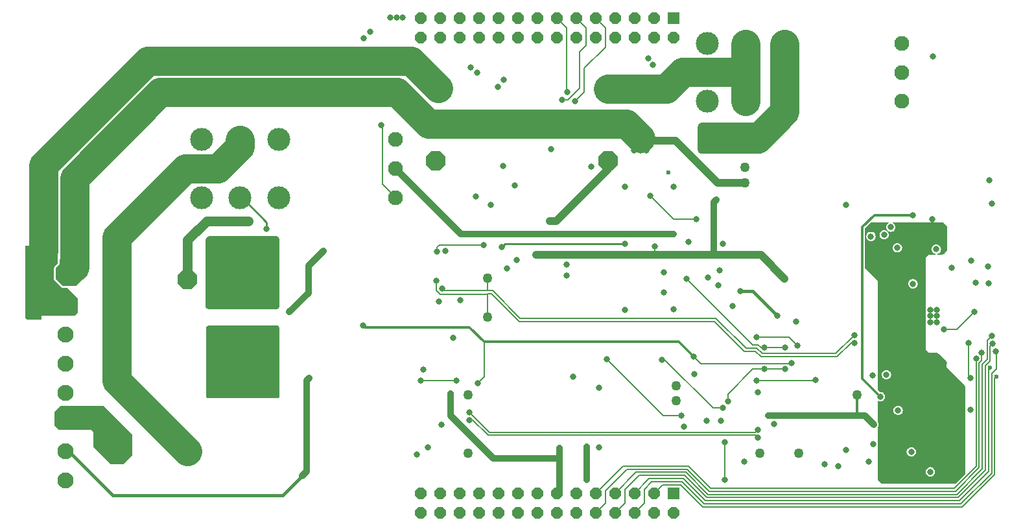
<source format=gbr>
%TF.GenerationSoftware,KiCad,Pcbnew,7.0.10-7.0.10~ubuntu22.04.1*%
%TF.CreationDate,2024-01-07T19:37:00+01:00*%
%TF.ProjectId,EEZ DIB AFE3,45455a20-4449-4422-9041-4645332e6b69,rev?*%
%TF.SameCoordinates,Original*%
%TF.FileFunction,Copper,L4,Bot*%
%TF.FilePolarity,Positive*%
%FSLAX46Y46*%
G04 Gerber Fmt 4.6, Leading zero omitted, Abs format (unit mm)*
G04 Created by KiCad (PCBNEW 7.0.10-7.0.10~ubuntu22.04.1) date 2024-01-07 19:37:00*
%MOMM*%
%LPD*%
G01*
G04 APERTURE LIST*
G04 Aperture macros list*
%AMOutline5P*
0 Free polygon, 5 corners , with rotation*
0 The origin of the aperture is its center*
0 number of corners: always 5*
0 $1 to $10 corner X, Y*
0 $11 Rotation angle, in degrees counterclockwise*
0 create outline with 5 corners*
4,1,5,$1,$2,$3,$4,$5,$6,$7,$8,$9,$10,$1,$2,$11*%
%AMOutline6P*
0 Free polygon, 6 corners , with rotation*
0 The origin of the aperture is its center*
0 number of corners: always 6*
0 $1 to $12 corner X, Y*
0 $13 Rotation angle, in degrees counterclockwise*
0 create outline with 6 corners*
4,1,6,$1,$2,$3,$4,$5,$6,$7,$8,$9,$10,$11,$12,$1,$2,$13*%
%AMOutline7P*
0 Free polygon, 7 corners , with rotation*
0 The origin of the aperture is its center*
0 number of corners: always 7*
0 $1 to $14 corner X, Y*
0 $15 Rotation angle, in degrees counterclockwise*
0 create outline with 7 corners*
4,1,7,$1,$2,$3,$4,$5,$6,$7,$8,$9,$10,$11,$12,$13,$14,$1,$2,$15*%
%AMOutline8P*
0 Free polygon, 8 corners , with rotation*
0 The origin of the aperture is its center*
0 number of corners: always 8*
0 $1 to $16 corner X, Y*
0 $17 Rotation angle, in degrees counterclockwise*
0 create outline with 8 corners*
4,1,8,$1,$2,$3,$4,$5,$6,$7,$8,$9,$10,$11,$12,$13,$14,$15,$16,$1,$2,$17*%
G04 Aperture macros list end*
%TA.AperFunction,ComponentPad*%
%ADD10C,1.270000*%
%TD*%
%TA.AperFunction,ComponentPad*%
%ADD11C,3.000000*%
%TD*%
%TA.AperFunction,ComponentPad*%
%ADD12C,1.950000*%
%TD*%
%TA.AperFunction,ComponentPad*%
%ADD13Outline8P,-1.270000X0.526051X-0.526051X1.270000X0.526051X1.270000X1.270000X0.526051X1.270000X-0.526051X0.526051X-1.270000X-0.526051X-1.270000X-1.270000X-0.526051X270.000000*%
%TD*%
%TA.AperFunction,ComponentPad*%
%ADD14C,2.100000*%
%TD*%
%TA.AperFunction,ComponentPad*%
%ADD15Outline8P,-1.270000X0.526051X-0.526051X1.270000X0.526051X1.270000X1.270000X0.526051X1.270000X-0.526051X0.526051X-1.270000X-0.526051X-1.270000X-1.270000X-0.526051X0.000000*%
%TD*%
%TA.AperFunction,ComponentPad*%
%ADD16Outline8P,-1.270000X0.526051X-0.526051X1.270000X0.526051X1.270000X1.270000X0.526051X1.270000X-0.526051X0.526051X-1.270000X-0.526051X-1.270000X-1.270000X-0.526051X180.000000*%
%TD*%
%TA.AperFunction,ComponentPad*%
%ADD17R,1.500000X1.500000*%
%TD*%
%TA.AperFunction,ComponentPad*%
%ADD18Outline8P,-0.750000X0.310660X-0.310660X0.750000X0.310660X0.750000X0.750000X0.310660X0.750000X-0.310660X0.310660X-0.750000X-0.310660X-0.750000X-0.750000X-0.310660X180.000000*%
%TD*%
%TA.AperFunction,ViaPad*%
%ADD19C,0.806400*%
%TD*%
%TA.AperFunction,ViaPad*%
%ADD20C,0.600000*%
%TD*%
%TA.AperFunction,Conductor*%
%ADD21C,0.812800*%
%TD*%
%TA.AperFunction,Conductor*%
%ADD22C,0.304800*%
%TD*%
%TA.AperFunction,Conductor*%
%ADD23C,0.203200*%
%TD*%
%TA.AperFunction,Conductor*%
%ADD24C,1.016000*%
%TD*%
%TA.AperFunction,Conductor*%
%ADD25C,0.254000*%
%TD*%
%TA.AperFunction,Conductor*%
%ADD26C,1.270000*%
%TD*%
%TA.AperFunction,Conductor*%
%ADD27C,3.810000*%
%TD*%
%TA.AperFunction,Conductor*%
%ADD28C,0.406400*%
%TD*%
%TA.AperFunction,Conductor*%
%ADD29C,0.200000*%
%TD*%
%TA.AperFunction,Conductor*%
%ADD30C,0.508000*%
%TD*%
G04 APERTURE END LIST*
D10*
%TO.P,JP6,1,Pin_1*%
%TO.N,GND*%
X178362100Y-92206700D03*
%TO.P,JP6,2,Pin_2*%
%TO.N,AIN4N*%
X178362100Y-94206700D03*
%TD*%
%TO.P,TP2,1,P$1*%
%TO.N,-2V5_ISO*%
X180340000Y-129540000D03*
%TD*%
%TO.P,TP1,1,P$1*%
%TO.N,+2V5_ISO*%
X193040000Y-121920000D03*
%TD*%
D11*
%TO.P,ISEL10A_1,11,11*%
%TO.N,Net-(ISEL10A_1-Pad11)*%
X112422300Y-96135800D03*
%TO.P,ISEL10A_1,12,12*%
%TO.N,Net-(ISEL10A_1-Pad12)*%
X117462300Y-96135800D03*
%TO.P,ISEL10A_1,14,14*%
%TO.N,Net-(ISEL10A_1-Pad14)*%
X107382300Y-96135800D03*
%TO.P,ISEL10A_1,21,21*%
%TO.N,Net-(F1-Pad1)*%
X112422300Y-88575800D03*
%TO.P,ISEL10A_1,22,22*%
%TO.N,Net-(ISEL10A_1-Pad22)*%
X117462300Y-88575800D03*
%TO.P,ISEL10A_1,24,24*%
%TO.N,unconnected-(ISEL10A_1-Pad24)*%
X107382300Y-88575800D03*
D12*
%TO.P,ISEL10A_1,A1,R*%
%TO.N,/Isolated Ch#1\u002C Ch#2/ISEL_R2_OUT*%
X132752300Y-88575800D03*
%TO.P,ISEL10A_1,A2,S*%
%TO.N,/Isolated Ch#1\u002C Ch#2/ISEL_S2_OUT*%
X132752300Y-96135800D03*
%TO.P,ISEL10A_1,A3,A3*%
%TO.N,+5V_ISO*%
X132752300Y-92355800D03*
%TD*%
D11*
%TO.P,ISEL10A_2,11,11*%
%TO.N,Net-(F4-Pad1)*%
X178475000Y-83600900D03*
%TO.P,ISEL10A_2,12,12*%
%TO.N,Net-(ISEL10A_2-Pad12)*%
X183515000Y-83600900D03*
%TO.P,ISEL10A_2,14,14*%
%TO.N,unconnected-(ISEL10A_2-Pad14)*%
X173435000Y-83600900D03*
%TO.P,ISEL10A_2,21,21*%
%TO.N,Net-(F4-Pad1)*%
X178475000Y-76040900D03*
%TO.P,ISEL10A_2,22,22*%
%TO.N,Net-(ISEL10A_2-Pad12)*%
X183515000Y-76040900D03*
%TO.P,ISEL10A_2,24,24*%
%TO.N,unconnected-(ISEL10A_2-Pad24)*%
X173435000Y-76040900D03*
D12*
%TO.P,ISEL10A_2,A1,R*%
%TO.N,ISEL10A_R4_OUT*%
X198805000Y-76040900D03*
%TO.P,ISEL10A_2,A2,S*%
%TO.N,ISEL10A_S4_OUT*%
X198805000Y-83600900D03*
%TO.P,ISEL10A_2,A3,A3*%
%TO.N,+5V_ISO*%
X198805000Y-79820900D03*
%TD*%
D10*
%TO.P,JP5,1,Pin_1*%
%TO.N,GND*%
X169357800Y-122705500D03*
%TO.P,JP5,2,Pin_2*%
%TO.N,IN3N*%
X169357800Y-120705500D03*
%TD*%
D13*
%TO.P,F3,1,1*%
%TO.N,Net-(ISEL1A_1B-COM)*%
X160465600Y-91313000D03*
%TO.P,F3,2,2*%
%TO.N,AIN4P*%
X137965600Y-91313000D03*
%TD*%
D14*
%TO.P,X3,1,Pin_1*%
%TO.N,AIN1P*%
X89600000Y-133085000D03*
%TO.P,X3,2,Pin_2*%
%TO.N,AIN1N*%
X89600000Y-129275000D03*
%TO.P,X3,3,Pin_3*%
%TO.N,AIN2P*%
X89600000Y-125465000D03*
%TO.P,X3,4,Pin_4*%
%TO.N,AIN2N*%
X89600000Y-121655000D03*
%TO.P,X3,5,Pin_5*%
%TO.N,AIN3P*%
X89600000Y-117845000D03*
%TO.P,X3,6,Pin_6*%
%TO.N,IN3N*%
X89600000Y-114035000D03*
%TO.P,X3,7,Pin_7*%
%TO.N,AIN4P*%
X89600000Y-110225000D03*
%TO.P,X3,8,Pin_8*%
%TO.N,AIN4N*%
X89600000Y-106415000D03*
%TD*%
D10*
%TO.P,GND1,1,P$1*%
%TO.N,GND*%
X185420000Y-129540000D03*
%TD*%
D15*
%TO.P,F1,1,1*%
%TO.N,Net-(F1-Pad1)*%
X96139000Y-106807000D03*
%TO.P,F1,2,2*%
%TO.N,AIN2P*%
X96139000Y-129307000D03*
%TD*%
D13*
%TO.P,F4,1,1*%
%TO.N,Net-(F4-Pad1)*%
X160452900Y-81916400D03*
%TO.P,F4,2,2*%
%TO.N,AIN4P*%
X137952900Y-81916400D03*
%TD*%
D16*
%TO.P,F2,1,1*%
%TO.N,Net-(F1-Pad1)*%
X105578400Y-129323300D03*
%TO.P,F2,2,2*%
%TO.N,Net-(F2-Pad2)*%
X105578400Y-106823300D03*
%TD*%
D10*
%TO.P,IN1N1,1,P$1*%
%TO.N,IN1N*%
X142240000Y-129540000D03*
%TD*%
D17*
%TO.P,X2,1,Pin_1*%
%TO.N,GND*%
X169020000Y-72713600D03*
D18*
%TO.P,X2,2,Pin_2*%
%TO.N,unconnected-(X2-Pin_2-Pad2)*%
X169020000Y-75253600D03*
%TO.P,X2,3,Pin_3*%
%TO.N,/Isolated Ch#1\u002C Ch#2/DIAG#1*%
X166480000Y-72713600D03*
%TO.P,X2,4,Pin_4*%
%TO.N,/Isolated Ch#1\u002C Ch#2/DIAG#2*%
X166480000Y-75253600D03*
%TO.P,X2,5,Pin_5*%
%TO.N,/Isolated Ch#1\u002C Ch#2/USEL#1*%
X163940000Y-72713600D03*
%TO.P,X2,6,Pin_6*%
%TO.N,/Isolated Ch#1\u002C Ch#2/ISEL_S#2*%
X163940000Y-75253600D03*
%TO.P,X2,7,Pin_7*%
%TO.N,unconnected-(X2-Pin_7-Pad7)*%
X161400000Y-72713600D03*
%TO.P,X2,8,Pin_8*%
%TO.N,/Isolated Ch#1\u002C Ch#2/ISEL_R#2*%
X161400000Y-75253600D03*
%TO.P,X2,9,Pin_9*%
%TO.N,USEL100#3*%
X158860000Y-72713600D03*
%TO.P,X2,10,Pin_10*%
%TO.N,unconnected-(X2-Pin_10-Pad10)*%
X158860000Y-75253600D03*
%TO.P,X2,11,Pin_11*%
%TO.N,USEL1#3*%
X156320000Y-72713600D03*
%TO.P,X2,12,Pin_12*%
%TO.N,unconnected-(X2-Pin_12-Pad12)*%
X156320000Y-75253600D03*
%TO.P,X2,13,Pin_13*%
%TO.N,USEL20#3*%
X153780000Y-72713600D03*
%TO.P,X2,14,Pin_14*%
%TO.N,unconnected-(X2-Pin_14-Pad14)*%
X153780000Y-75253600D03*
%TO.P,X2,15,Pin_15*%
%TO.N,unconnected-(X2-Pin_15-Pad15)*%
X151240000Y-72713600D03*
%TO.P,X2,16,Pin_16*%
%TO.N,/Isolated Ch#1\u002C Ch#2/ISEL_S#4*%
X151240000Y-75253600D03*
%TO.P,X2,17,Pin_17*%
%TO.N,unconnected-(X2-Pin_17-Pad17)*%
X148700000Y-72713600D03*
%TO.P,X2,18,Pin_18*%
%TO.N,/Isolated Ch#1\u002C Ch#2/ISEL_R#4*%
X148700000Y-75253600D03*
%TO.P,X2,19,Pin_19*%
%TO.N,unconnected-(X2-Pin_19-Pad19)*%
X146160000Y-72713600D03*
%TO.P,X2,20,Pin_20*%
%TO.N,/Isolated Ch#1\u002C Ch#2/ISEL10_S#4*%
X146160000Y-75253600D03*
%TO.P,X2,21,Pin_21*%
%TO.N,unconnected-(X2-Pin_21-Pad21)*%
X143620000Y-72713600D03*
%TO.P,X2,22,Pin_22*%
%TO.N,/Isolated Ch#1\u002C Ch#2/ISEL10_R#4*%
X143620000Y-75253600D03*
%TO.P,X2,23,Pin_23*%
%TO.N,ISEL_LOW#4*%
X141080000Y-72713600D03*
%TO.P,X2,24,Pin_24*%
%TO.N,ISEL_MID#4*%
X141080000Y-75253600D03*
%TO.P,X2,25,Pin_25*%
%TO.N,unconnected-(X2-Pin_25-Pad25)*%
X138540000Y-72713600D03*
%TO.P,X2,26,Pin_26*%
%TO.N,unconnected-(X2-Pin_26-Pad26)*%
X138540000Y-75253600D03*
%TO.P,X2,27,Pin_27*%
%TO.N,GND*%
X136000000Y-72713600D03*
%TO.P,X2,28,Pin_28*%
X136000000Y-75253600D03*
%TD*%
D10*
%TO.P,IN1P1,1,P$1*%
%TO.N,IN1P*%
X142240000Y-121920000D03*
%TD*%
%TO.P,IN2N1,1,P$1*%
%TO.N,IN2N*%
X144780000Y-106680000D03*
%TD*%
%TO.P,IN2P1,1,P$1*%
%TO.N,IN2P*%
X144780000Y-111760000D03*
%TD*%
D17*
%TO.P,X1,1,Pin_1*%
%TO.N,GND*%
X169020000Y-134753600D03*
D18*
%TO.P,X1,2,Pin_2*%
X169020000Y-137293600D03*
%TO.P,X1,3,Pin_3*%
%TO.N,ADC_MOSI*%
X166480000Y-134753600D03*
%TO.P,X1,4,Pin_4*%
%TO.N,unconnected-(X1-Pin_4-Pad4)*%
X166480000Y-137293600D03*
%TO.P,X1,5,Pin_5*%
%TO.N,~{ADC_CS}*%
X163940000Y-134753600D03*
%TO.P,X1,6,Pin_6*%
%TO.N,ADC_SCK*%
X163940000Y-137293600D03*
%TO.P,X1,7,Pin_7*%
%TO.N,~{ADC_DRDY}*%
X161400000Y-134753600D03*
%TO.P,X1,8,Pin_8*%
%TO.N,ADC_MISO*%
X161400000Y-137293600D03*
%TO.P,X1,9,Pin_9*%
%TO.N,~{RESET}*%
X158860000Y-134753600D03*
%TO.P,X1,10,Pin_10*%
%TO.N,ADC_START*%
X158860000Y-137293600D03*
%TO.P,X1,11,Pin_11*%
%TO.N,GND*%
X156320000Y-134753600D03*
%TO.P,X1,12,Pin_12*%
X156320000Y-137293600D03*
%TO.P,X1,13,Pin_13*%
%TO.N,+3V3_ISO*%
X153780000Y-134753600D03*
%TO.P,X1,14,Pin_14*%
%TO.N,AFE_CLK*%
X153780000Y-137293600D03*
%TO.P,X1,15,Pin_15*%
%TO.N,-5V_ISO*%
X151240000Y-134753600D03*
%TO.P,X1,16,Pin_16*%
%TO.N,+5V_ISO*%
X151240000Y-137293600D03*
%TO.P,X1,17,Pin_17*%
%TO.N,unconnected-(X1-Pin_17-Pad17)*%
X148700000Y-134753600D03*
%TO.P,X1,18,Pin_18*%
%TO.N,unconnected-(X1-Pin_18-Pad18)*%
X148700000Y-137293600D03*
%TO.P,X1,19,Pin_19*%
%TO.N,-15V_ISO*%
X146160000Y-134753600D03*
%TO.P,X1,20,Pin_20*%
%TO.N,+15V_ISO*%
X146160000Y-137293600D03*
%TO.P,X1,21,Pin_21*%
%TO.N,GND*%
X143620000Y-134753600D03*
%TO.P,X1,22,Pin_22*%
X143620000Y-137293600D03*
%TO.P,X1,23,Pin_23*%
%TO.N,Net-(X1-Pin_23)*%
X141080000Y-134753600D03*
%TO.P,X1,24,Pin_24*%
%TO.N,Net-(X1-Pin_24)*%
X141080000Y-137293600D03*
%TO.P,X1,25,Pin_25*%
%TO.N,Net-(X1-Pin_25)*%
X138540000Y-134753600D03*
%TO.P,X1,26,Pin_26*%
%TO.N,Net-(X1-Pin_26)*%
X138540000Y-137293600D03*
%TO.P,X1,27,Pin_27*%
%TO.N,GND*%
X136000000Y-134753600D03*
%TO.P,X1,28,Pin_28*%
X136000000Y-137293600D03*
%TD*%
D19*
%TO.N,Net-(IC2-DCDC_HGND)*%
X121402600Y-108586400D03*
X123333000Y-103112700D03*
X118811800Y-111113700D03*
%TO.N,Net-(IC8-AVDD)*%
X203361101Y-102904099D03*
X198275700Y-102719000D03*
X198374000Y-123952000D03*
X196840600Y-119292500D03*
X200307700Y-107405300D03*
%TO.N,/Voltage/current  ADC/AVSS*%
X201577700Y-107506900D03*
X200803000Y-100331400D03*
X199317100Y-115838100D03*
X202809600Y-98997900D03*
X202565000Y-100647500D03*
X197805800Y-115850800D03*
X205359000Y-129540000D03*
X200815700Y-103747700D03*
X195964300Y-103569900D03*
X204308200Y-117730400D03*
X200180700Y-120930800D03*
X198374000Y-125539500D03*
%TO.N,Net-(IC8-VREFP)*%
X200320400Y-98426400D03*
X196065900Y-122150000D03*
%TO.N,Net-(D3-A)*%
X179886100Y-120067200D03*
X187569600Y-119965600D03*
%TO.N,Net-(IC6B-S)*%
X151082500Y-103620700D03*
X174641000Y-96419800D03*
X166551100Y-102503100D03*
X174272700Y-100382200D03*
X183543700Y-106719500D03*
%TO.N,Net-(D10-A)*%
X179873400Y-114377600D03*
X185207400Y-115469800D03*
%TO.N,Net-(F2-Pad2)*%
X112042700Y-99213800D03*
X113681000Y-99213800D03*
X112855500Y-99213800D03*
X111217200Y-99213800D03*
%TO.N,Net-(ISEL1A_1B-COM)*%
X153686000Y-99213800D03*
X152873200Y-99213800D03*
%TO.N,/Isolated Ch#1\u002C Ch#2/DIAG#1*%
X143183100Y-96013400D03*
X140652500Y-120015000D03*
X136045700Y-120016400D03*
%TO.N,/Isolated Ch#1\u002C Ch#2/ISEL_S2_OUT*%
X130851400Y-86653500D03*
%TO.N,/Isolated Ch#1\u002C Ch#2/DIAG#2*%
X144211800Y-102376100D03*
X138179300Y-103214300D03*
%TO.N,Net-(IC4A-S)*%
X170069000Y-124651900D03*
X160290000Y-117222400D03*
D20*
%TO.N,Net-(IC6C-D)*%
X168402000Y-92900500D03*
D19*
X170970700Y-101957000D03*
%TO.N,Net-(IC4B-S)*%
X167478200Y-117311300D03*
X175517300Y-123623200D03*
%TO.N,Net-(IC8-~{PWDN})*%
X207534000Y-115126900D03*
X207838800Y-119737000D03*
%TO.N,Net-(IC8-CLK)*%
X204346300Y-113387000D03*
X208359500Y-111037500D03*
%TO.N,Net-(X1-Pin_23)*%
X145164300Y-97118300D03*
%TO.N,/Isolated Ch#1\u002C Ch#2/USEL#1*%
X136947400Y-128804800D03*
%TO.N,Net-(X1-Pin_24)*%
X162652200Y-102147500D03*
X146576200Y-102592000D03*
%TO.N,GND*%
X139246100Y-103100000D03*
X180022500Y-121602500D03*
X169078400Y-110707300D03*
X175047400Y-105640000D03*
X195037200Y-119343300D03*
X202606400Y-110783500D03*
X210074000Y-105119300D03*
X203419200Y-112409100D03*
X185067700Y-112383700D03*
X132870700Y-72658100D03*
X170411900Y-126074300D03*
X207899000Y-104408100D03*
X138430000Y-109728000D03*
X203419200Y-110783500D03*
X194516500Y-130595500D03*
X182181500Y-125730000D03*
X135486900Y-129681100D03*
X202936600Y-77724000D03*
X155883100Y-119533800D03*
X202606400Y-111596300D03*
X141224000Y-109537500D03*
X202606400Y-112409100D03*
X178244500Y-130619500D03*
X195100700Y-128385700D03*
X196548500Y-101017200D03*
X203419200Y-111596300D03*
X136398000Y-118644800D03*
X210201000Y-107316400D03*
X194818000Y-101219000D03*
X133670800Y-72658100D03*
X138725400Y-125807600D03*
X176761900Y-110326300D03*
X132070600Y-72658100D03*
X174844200Y-107570400D03*
X202580996Y-131967104D03*
X197412100Y-100026600D03*
X200088500Y-129349500D03*
%TO.N,+15V_ISO*%
X175225200Y-125261500D03*
X167808400Y-105932100D03*
%TO.N,-15V_ISO*%
X167808400Y-108522900D03*
X173383700Y-125261500D03*
%TO.N,+3V3_ISO*%
X147320002Y-105410000D03*
X154105100Y-128893700D03*
X208461100Y-107303700D03*
X207800700Y-123902600D03*
X205400400Y-105309800D03*
X139893800Y-121756300D03*
%TO.N,+5V_ISO*%
X175707800Y-128106300D03*
X169078400Y-100915600D03*
X157661100Y-100915600D03*
X191570100Y-129135000D03*
X210645500Y-96901000D03*
X157661100Y-133021200D03*
X175707800Y-133021200D03*
X147780500Y-100915600D03*
X191570100Y-97105600D03*
X157661100Y-128703200D03*
%TO.N,+2V5_ISO*%
X195215000Y-125807600D03*
X175441100Y-102160200D03*
X181422800Y-124639200D03*
%TO.N,-2V5_ISO*%
X177790600Y-108383200D03*
X182565800Y-111558200D03*
X188801500Y-130976500D03*
X210239100Y-93879800D03*
%TO.N,-5V_ISO*%
X190554100Y-131217800D03*
%TO.N,IN1P*%
X180051200Y-126493400D03*
X142395700Y-124220100D03*
%TO.N,IN1N*%
X180063900Y-127509400D03*
X142383000Y-125236100D03*
%TO.N,IN2P*%
X192624200Y-115126900D03*
X138065000Y-107049700D03*
%TO.N,IN2N*%
X192636900Y-114098200D03*
X138814300Y-108040300D03*
%TO.N,IN3P*%
X180864000Y-118530500D03*
X176114200Y-122721500D03*
X183594500Y-118530500D03*
%TO.N,IN4N*%
X162664900Y-94768800D03*
X169040300Y-94768800D03*
X173561500Y-106554400D03*
%TO.N,ISEL10A_S4_OUT*%
X128603500Y-75350500D03*
X166373300Y-78779500D03*
X143348200Y-79846300D03*
%TO.N,ISEL10A_R4_OUT*%
X165751000Y-77954000D03*
X142573500Y-79135100D03*
X129403600Y-74537700D03*
%TO.N,ISEL_S4_OUT*%
X148313900Y-94565600D03*
X155044900Y-106325800D03*
%TO.N,ISEL_R4_OUT*%
X146789900Y-92000200D03*
X148517100Y-104330500D03*
%TO.N,IN4P*%
X180864000Y-115774600D03*
X170723050Y-106725850D03*
X183645300Y-115774600D03*
%TO.N,ISEL_MID#4*%
X146091400Y-81700500D03*
X158258000Y-92139900D03*
X171974000Y-98934400D03*
X165966900Y-95899100D03*
%TO.N,~{RESET}*%
X208550000Y-117146200D03*
D20*
%TO.N,~{ADC_CS}*%
X210390999Y-118379499D03*
%TO.N,ADC_MOSI*%
X211201000Y-119570500D03*
D19*
%TO.N,ADC_MISO*%
X210696300Y-115190400D03*
%TO.N,~{ADC_DRDY}*%
X210582000Y-114174400D03*
%TO.N,ADC_START*%
X209261200Y-116422300D03*
%TO.N,ADC_SCK*%
X211102700Y-116206400D03*
%TO.N,USEL1#3*%
X159299400Y-120968900D03*
X159299400Y-128804800D03*
X154511500Y-83351500D03*
%TO.N,USEL20#3*%
X171770800Y-119190900D03*
X155159200Y-82386300D03*
%TO.N,USEL100#3*%
X156187900Y-83529300D03*
X162715700Y-110859700D03*
%TO.N,ISEL_LOW#4*%
X153038300Y-89790400D03*
X155108400Y-104878000D03*
X146891500Y-80735300D03*
%TO.N,Net-(ISEL10A_1-Pad11)*%
X115903500Y-100280600D03*
%TO.N,Net-(ISEL10A_1-Pad22)*%
X110518700Y-109208700D03*
X110518700Y-108408600D03*
X109705900Y-108408600D03*
X109705900Y-109208700D03*
X112093500Y-105081200D03*
X111293400Y-104281100D03*
X112093500Y-104281100D03*
X108905800Y-109208700D03*
X111293400Y-105081200D03*
X112893600Y-104281100D03*
X112893600Y-105081200D03*
X113693700Y-104281100D03*
X113693700Y-105081200D03*
X108905800Y-108408600D03*
%TO.N,Net-(ISEL10A_2-Pad12)*%
X173990000Y-88799800D03*
X173990000Y-87174200D03*
X173990000Y-89612600D03*
X173990000Y-87987000D03*
%TO.N,AIN1N*%
X121088100Y-126369400D03*
X120488200Y-132487800D03*
X121466100Y-119724300D03*
%TO.N,AIN4N*%
X159997900Y-87313900D03*
X165484300Y-88355300D03*
X163884100Y-87567900D03*
X159197800Y-85802600D03*
X159997900Y-86539200D03*
X165484300Y-89155400D03*
X159197800Y-86551900D03*
X159197800Y-88050500D03*
X163884100Y-89168100D03*
X164684200Y-88355300D03*
X159997900Y-85053300D03*
X164684200Y-87567900D03*
X163884100Y-88368000D03*
X163884100Y-89955500D03*
X165484300Y-89955500D03*
X159997900Y-88050500D03*
X159197800Y-87301200D03*
X165484300Y-87567900D03*
X159997900Y-85802600D03*
X164684200Y-89955500D03*
X164684200Y-89155400D03*
X159197800Y-85053300D03*
%TO.N,AIN4P*%
X85309200Y-110097700D03*
X85309200Y-108472100D03*
X85309200Y-109284900D03*
X86122000Y-110097700D03*
X86122000Y-109284900D03*
X86122000Y-108472100D03*
%TO.N,AIN2N*%
X114608100Y-115076100D03*
X114608100Y-114314100D03*
X109617000Y-115888900D03*
X115370100Y-114314100D03*
X109617000Y-115088800D03*
X110417100Y-114301400D03*
X110417100Y-115888900D03*
X110417100Y-115088800D03*
X115370100Y-115838100D03*
X109617000Y-114301400D03*
X115370100Y-115076100D03*
X114608100Y-115838100D03*
%TO.N,IN3N*%
X171681900Y-116943000D03*
X143449800Y-120410100D03*
X128501900Y-112891700D03*
X184432700Y-117730400D03*
%TO.N,AIN3P*%
X140224000Y-114504600D03*
%TD*%
D21*
%TO.N,Net-(IC2-DCDC_HGND)*%
X123320300Y-103125400D02*
X121402600Y-105043100D01*
X121402600Y-105043100D02*
X121402600Y-108586400D01*
X121402600Y-108586400D02*
X121339100Y-108586400D01*
X121339100Y-108586400D02*
X118811800Y-111113700D01*
D22*
%TO.N,/Voltage/current  ADC/AVSS*%
X202809600Y-98997900D02*
X202809600Y-99798000D01*
%TO.N,Net-(IC8-VREFP)*%
X195291200Y-98426400D02*
X193691000Y-100026600D01*
X200320400Y-98426400D02*
X195291200Y-98426400D01*
X193691000Y-119775100D02*
X196065900Y-122150000D01*
X193691000Y-100026600D02*
X193691000Y-119775100D01*
D23*
%TO.N,Net-(D3-A)*%
X187569600Y-119965600D02*
X187468000Y-120067200D01*
X187468000Y-120067200D02*
X179886100Y-120067200D01*
D21*
%TO.N,Net-(IC6B-S)*%
X174272700Y-96788100D02*
X174641000Y-96419800D01*
D24*
X174577500Y-103620700D02*
X180444900Y-103620700D01*
D23*
X166560500Y-103560500D02*
X166560500Y-102512500D01*
D24*
X151082500Y-103620700D02*
X166500300Y-103620700D01*
X180444900Y-103620700D02*
X183543700Y-106719500D01*
D25*
X166551100Y-103582600D02*
X166500300Y-103620700D01*
D21*
X174272700Y-100382200D02*
X174272700Y-96788100D01*
D24*
X166500300Y-103620700D02*
X174577500Y-103620700D01*
D21*
X174272700Y-103315900D02*
X174577500Y-103620700D01*
X174272700Y-100382200D02*
X174272700Y-103315900D01*
D23*
X166500300Y-103620700D02*
X166560500Y-103560500D01*
X166560500Y-102512500D02*
X166551100Y-102503100D01*
%TO.N,Net-(D10-A)*%
X179873400Y-114377600D02*
X184115200Y-114377600D01*
X184115200Y-114377600D02*
X185207400Y-115469800D01*
D26*
%TO.N,Net-(F2-Pad2)*%
X113480000Y-99213800D02*
X111217200Y-99213800D01*
X105578400Y-101690300D02*
X108054900Y-99213800D01*
X105578400Y-106823300D02*
X105578400Y-101690300D01*
X108054900Y-99213800D02*
X111217200Y-99213800D01*
D24*
%TO.N,Net-(ISEL1A_1B-COM)*%
X160465600Y-91200100D02*
X160465600Y-92434200D01*
X152873200Y-99213800D02*
X153686000Y-99213800D01*
X160465600Y-92434200D02*
X153686000Y-99213800D01*
D23*
%TO.N,/Isolated Ch#1\u002C Ch#2/DIAG#1*%
X136045700Y-120016400D02*
X136047100Y-120015000D01*
X136047100Y-120015000D02*
X140652500Y-120015000D01*
%TO.N,/Isolated Ch#1\u002C Ch#2/ISEL_S2_OUT*%
X131003800Y-86805900D02*
X130851400Y-86653500D01*
X131003800Y-94404000D02*
X132705600Y-96105800D01*
X131003800Y-94404000D02*
X131003800Y-86805900D01*
%TO.N,/Isolated Ch#1\u002C Ch#2/DIAG#2*%
X138458700Y-102363400D02*
X144199100Y-102363400D01*
X138179300Y-102642800D02*
X138179300Y-103214300D01*
X138458700Y-102363400D02*
X138179300Y-102642800D01*
X144199100Y-102363400D02*
X144211800Y-102376100D01*
%TO.N,Net-(IC4A-S)*%
X170069000Y-124651900D02*
X167719500Y-124651900D01*
X167719500Y-124651900D02*
X160290000Y-117222400D01*
%TO.N,Net-(IC4B-S)*%
X174209200Y-123623200D02*
X167897300Y-117311300D01*
X167478200Y-117311300D02*
X167897300Y-117311300D01*
X175517300Y-123623200D02*
X174209200Y-123623200D01*
%TO.N,Net-(IC8-~{PWDN})*%
X207534000Y-115126900D02*
X207534000Y-119432200D01*
X207534000Y-119432200D02*
X207838800Y-119737000D01*
X207724500Y-119622700D02*
X207838800Y-119737000D01*
%TO.N,Net-(IC8-CLK)*%
X206010000Y-113387000D02*
X208359500Y-111037500D01*
X204346300Y-113387000D02*
X206010000Y-113387000D01*
D25*
%TO.N,Net-(X1-Pin_24)*%
X162652200Y-102147500D02*
X147020700Y-102147500D01*
X147020700Y-102147500D02*
X146576200Y-102592000D01*
D27*
%TO.N,Net-(F1-Pad1)*%
X96282000Y-106823300D02*
X96282000Y-101372800D01*
X96282000Y-106823300D02*
X96282000Y-120026900D01*
X109502700Y-92406600D02*
X105248200Y-92406600D01*
X96282000Y-120026900D02*
X105578400Y-129323300D01*
X112405600Y-88605800D02*
X112405600Y-89503700D01*
X105248200Y-92406600D02*
X96282000Y-101372800D01*
X112405600Y-89503700D02*
X109502700Y-92406600D01*
%TO.N,Net-(F4-Pad1)*%
X160452900Y-81916400D02*
X168087800Y-81916400D01*
X168087800Y-81916400D02*
X170221400Y-79782800D01*
X178451000Y-79782800D02*
X178451000Y-76078200D01*
X170221400Y-79782800D02*
X178451000Y-79782800D01*
X178451000Y-83563600D02*
X178458300Y-83570900D01*
X178451000Y-79782800D02*
X178451000Y-83563600D01*
X178451000Y-76078200D02*
X178458300Y-76070900D01*
D21*
%TO.N,+3V3_ISO*%
X154105100Y-134429600D02*
X153781100Y-134753600D01*
X145494500Y-130239900D02*
X154105100Y-130239900D01*
X154105100Y-128893700D02*
X154105100Y-130239900D01*
X139893800Y-121756300D02*
X139893800Y-124639200D01*
X154105100Y-130239900D02*
X154105100Y-134429600D01*
X139893800Y-124639200D02*
X145494500Y-130239900D01*
%TO.N,+5V_ISO*%
X157661100Y-100915600D02*
X169078400Y-100915600D01*
X147780500Y-100915600D02*
X141265400Y-100915600D01*
X157661100Y-100915600D02*
X147780500Y-100915600D01*
X157661100Y-128703200D02*
X157661100Y-133021200D01*
X141265400Y-100915600D02*
X132705600Y-92355800D01*
D23*
X175707800Y-128106300D02*
X175707800Y-133021200D01*
D21*
%TO.N,+2V5_ISO*%
X194046600Y-124639200D02*
X193040000Y-124639200D01*
X195215000Y-125807600D02*
X194046600Y-124639200D01*
X193040000Y-124639200D02*
X181422800Y-124639200D01*
D22*
X193040000Y-121920000D02*
X193040000Y-124639200D01*
D28*
%TO.N,-2V5_ISO*%
X177790600Y-108383200D02*
X179390800Y-108383200D01*
X179390800Y-108383200D02*
X182565800Y-111558200D01*
D23*
%TO.N,IN1P*%
X144973800Y-126798200D02*
X142395700Y-124220100D01*
X179746400Y-126798200D02*
X144973800Y-126798200D01*
X179746400Y-126798200D02*
X180051200Y-126493400D01*
%TO.N,IN1N*%
X144796000Y-127204600D02*
X142827500Y-125236100D01*
X179759100Y-127204600D02*
X180063900Y-127509400D01*
X142383000Y-125236100D02*
X142827500Y-125236100D01*
X144796000Y-127204600D02*
X179759100Y-127204600D01*
%TO.N,IN2P*%
X174387000Y-112345600D02*
X148860000Y-112345600D01*
X138065000Y-108294300D02*
X138065000Y-107049700D01*
X190389000Y-116943000D02*
X192205100Y-115126900D01*
X144780000Y-108726100D02*
X144730600Y-108775500D01*
X179733700Y-116244500D02*
X178285900Y-116244500D01*
X144730600Y-108775500D02*
X138546200Y-108775500D01*
X145240500Y-108726100D02*
X144780000Y-108726100D01*
X190389000Y-116943000D02*
X180432200Y-116943000D01*
X192624200Y-115126900D02*
X192205100Y-115126900D01*
X138546200Y-108775500D02*
X138065000Y-108294300D01*
X180432200Y-116943000D02*
X179733700Y-116244500D01*
X178285900Y-116244500D02*
X174387000Y-112345600D01*
X148860000Y-112345600D02*
X145240500Y-108726100D01*
D29*
X144780000Y-111760000D02*
X144780000Y-108726100D01*
D23*
%TO.N,IN2N*%
X138814300Y-108040300D02*
X138814300Y-108053000D01*
X139068300Y-108307000D02*
X144843500Y-108307000D01*
X138814300Y-108053000D02*
X139068300Y-108307000D01*
X174577500Y-111888400D02*
X148987000Y-111888400D01*
X179898800Y-115825400D02*
X178514500Y-115825400D01*
X144843500Y-108307000D02*
X144780000Y-108243500D01*
X180610000Y-116536600D02*
X190198500Y-116536600D01*
X178514500Y-115825400D02*
X174577500Y-111888400D01*
X144780000Y-108243500D02*
X144780000Y-106680000D01*
X144843500Y-108307000D02*
X145405600Y-108307000D01*
X179898800Y-115825400D02*
X180610000Y-116536600D01*
X148987000Y-111888400D02*
X145405600Y-108307000D01*
X190198500Y-116536600D02*
X192636900Y-114098200D01*
%TO.N,IN3P*%
X176114200Y-122721500D02*
X176114200Y-121807100D01*
X180864000Y-118530500D02*
X179390800Y-118530500D01*
X180864000Y-118530500D02*
X183594500Y-118530500D01*
X176114200Y-121807100D02*
X179390800Y-118530500D01*
%TO.N,IN4P*%
X180864000Y-115774600D02*
X180444900Y-115774600D01*
X179401600Y-115393600D02*
X170733850Y-106725850D01*
X170733850Y-106725850D02*
X170723050Y-106725850D01*
X180444900Y-115774600D02*
X180063900Y-115393600D01*
X180063900Y-115393600D02*
X179401600Y-115393600D01*
X183645300Y-115774600D02*
X180864000Y-115774600D01*
%TO.N,ISEL_MID#4*%
X169002200Y-98934400D02*
X165966900Y-95899100D01*
X171974000Y-98934400D02*
X169002200Y-98934400D01*
%TO.N,~{RESET}*%
X162396900Y-131217800D02*
X171021500Y-131217800D01*
X173904400Y-134100700D02*
X205686182Y-134100700D01*
X205686182Y-134100700D02*
X208550000Y-131236882D01*
X208550000Y-131236882D02*
X208550000Y-117146200D01*
X171021500Y-131217800D02*
X173904400Y-134100700D01*
X158861100Y-134753600D02*
X162396900Y-131217800D01*
%TO.N,~{ADC_CS}*%
X210427700Y-118416200D02*
X210390999Y-118379499D01*
X210175600Y-118695600D02*
X210390999Y-118480201D01*
X170323000Y-132856100D02*
X173193200Y-135726300D01*
X165838600Y-132856100D02*
X170323000Y-132856100D01*
X210175600Y-131941700D02*
X210175600Y-118695600D01*
X206391000Y-135726300D02*
X210175600Y-131941700D01*
X173193200Y-135726300D02*
X206391000Y-135726300D01*
X210390999Y-118480201D02*
X210390999Y-118379499D01*
X163941100Y-134753600D02*
X165838600Y-132856100D01*
X210455000Y-118416200D02*
X210427700Y-118416200D01*
%TO.N,ADC_MOSI*%
X210988400Y-132297300D02*
X210988400Y-119783100D01*
X167565800Y-133668900D02*
X169967400Y-133668900D01*
X172837600Y-136539100D02*
X206746600Y-136539100D01*
X211291800Y-119570500D02*
X211201000Y-119570500D01*
X211305900Y-119584600D02*
X211291800Y-119570500D01*
X169967400Y-133668900D02*
X172837600Y-136539100D01*
X166481100Y-134753600D02*
X167565800Y-133668900D01*
X210988400Y-119783100D02*
X211201000Y-119570500D01*
X206746600Y-136539100D02*
X210988400Y-132297300D01*
%TO.N,ADC_MISO*%
X173371000Y-135319900D02*
X206213200Y-135319900D01*
X162677600Y-136017100D02*
X162677600Y-134303900D01*
X209769200Y-118098700D02*
X210391500Y-117476400D01*
X162677600Y-134303900D02*
X164544500Y-132437000D01*
X206213200Y-135319900D02*
X209769200Y-131763900D01*
X210391500Y-115495200D02*
X210696300Y-115190400D01*
X164544500Y-132437000D02*
X170488100Y-132437000D01*
X210391500Y-117476400D02*
X210391500Y-115495200D01*
X161401100Y-137293600D02*
X162677600Y-136017100D01*
X170488100Y-132437000D02*
X173371000Y-135319900D01*
X209769200Y-131763900D02*
X209769200Y-118098700D01*
%TO.N,~{ADC_DRDY}*%
X161401100Y-134753600D02*
X164124100Y-132030600D01*
X209985100Y-114771300D02*
X210582000Y-114174400D01*
X173548800Y-134913500D02*
X206022854Y-134913500D01*
X209985100Y-117298600D02*
X209985100Y-114771300D01*
X170665900Y-132030600D02*
X173548800Y-134913500D01*
X206022854Y-134913500D02*
X209362800Y-131573554D01*
X209362800Y-131573554D02*
X209362800Y-117920900D01*
X209362800Y-117920900D02*
X209985100Y-117298600D01*
X164124100Y-132030600D02*
X170665900Y-132030600D01*
%TO.N,ADC_START*%
X173726600Y-134507100D02*
X205854518Y-134507100D01*
X162944300Y-131624200D02*
X170843700Y-131624200D01*
X209261200Y-117438300D02*
X209261200Y-116422300D01*
X160112200Y-134456300D02*
X162944300Y-131624200D01*
X160112200Y-136042500D02*
X160112200Y-134456300D01*
X205854518Y-134507100D02*
X208956400Y-131405218D01*
X158861100Y-137293600D02*
X160112200Y-136042500D01*
X170843700Y-131624200D02*
X173726600Y-134507100D01*
X208956400Y-117743100D02*
X209261200Y-117438300D01*
X208956400Y-131405218D02*
X208956400Y-117743100D01*
%TO.N,unconnected-(X1-Pin_4-Pad4)*%
X166481100Y-137293600D02*
X166481100Y-137282200D01*
%TO.N,ADC_SCK*%
X170145200Y-133262500D02*
X173015400Y-136132700D01*
X210582000Y-119110000D02*
X211178900Y-118513100D01*
X165204900Y-134261100D02*
X166203500Y-133262500D01*
X166203500Y-133262500D02*
X170145200Y-133262500D01*
X173015400Y-136132700D02*
X206568800Y-136132700D01*
X163941100Y-137293600D02*
X165204900Y-136029800D01*
X210582000Y-132119500D02*
X210582000Y-119110000D01*
X206568800Y-136132700D02*
X210582000Y-132119500D01*
X165204900Y-136029800D02*
X165204900Y-134261100D01*
X211178900Y-116282600D02*
X211102700Y-116206400D01*
X211178900Y-118513100D02*
X211178900Y-116282600D01*
%TO.N,USEL1#3*%
X156746700Y-77141200D02*
X157610300Y-76277600D01*
X157610300Y-76277600D02*
X157610300Y-74002800D01*
X156746700Y-77141200D02*
X156746700Y-81878300D01*
X157610300Y-74002800D02*
X156321100Y-72713600D01*
X156746700Y-81878300D02*
X155273500Y-83351500D01*
X154511500Y-83351500D02*
X155273500Y-83351500D01*
%TO.N,USEL20#3*%
X155057600Y-82284700D02*
X155057600Y-73990100D01*
X153781100Y-72713600D02*
X155057600Y-73990100D01*
X155159200Y-82386300D02*
X155057600Y-82284700D01*
%TO.N,USEL100#3*%
X157381700Y-82335500D02*
X156187900Y-83529300D01*
X157381700Y-79274800D02*
X160124900Y-76531600D01*
X158861100Y-72713600D02*
X160124900Y-73977400D01*
X157381700Y-79274800D02*
X157381700Y-82335500D01*
X160124900Y-76531600D02*
X160124900Y-73977400D01*
D25*
%TO.N,Net-(ISEL10A_1-Pad11)*%
X115903500Y-99387800D02*
X115903500Y-100280600D01*
X115903500Y-99387800D02*
X112621500Y-96105800D01*
X112621500Y-96105800D02*
X112405600Y-96105800D01*
D23*
%TO.N,Net-(ISEL10A_2-Pad12)*%
X174983900Y-87987000D02*
X174983900Y-88799800D01*
D27*
X183498300Y-76070900D02*
X183498300Y-83570900D01*
X183498300Y-84946300D02*
X180013100Y-88431500D01*
X178197000Y-88431500D02*
X176520600Y-88431500D01*
X183498300Y-83570900D02*
X183498300Y-84946300D01*
X180013100Y-88431500D02*
X178197000Y-88431500D01*
D28*
%TO.N,AIN1N*%
X117960900Y-135015100D02*
X120488200Y-132487800D01*
D21*
X121088100Y-120102300D02*
X121088100Y-126369400D01*
X121088100Y-126369400D02*
X121088100Y-131887900D01*
D28*
X90050200Y-129278600D02*
X95786700Y-135015100D01*
X89601100Y-129278600D02*
X90050200Y-129278600D01*
D21*
X121113500Y-120076900D02*
X121466100Y-119724300D01*
D28*
X95786700Y-135015100D02*
X117960900Y-135015100D01*
D21*
X121088100Y-131887900D02*
X120488200Y-132487800D01*
D27*
%TO.N,AIN4N*%
X137074400Y-86551900D02*
X136248900Y-85726400D01*
D28*
X164684200Y-89155400D02*
X163896800Y-89155400D01*
D27*
X162880800Y-86551900D02*
X164684200Y-88355300D01*
D24*
X165065200Y-88736300D02*
X164684200Y-88355300D01*
X178362100Y-94206700D02*
X174788200Y-94206700D01*
D27*
X90808300Y-105211400D02*
X90808300Y-93600400D01*
D28*
X164684200Y-89955500D02*
X165484300Y-89955500D01*
X165497000Y-88368000D02*
X165484300Y-88355300D01*
X163896800Y-89155400D02*
X163884100Y-89168100D01*
D24*
X174788200Y-94206700D02*
X169317800Y-88736300D01*
D27*
X135912350Y-85389850D02*
X136248900Y-85726400D01*
X102022400Y-82386300D02*
X132908800Y-82386300D01*
D24*
X169317800Y-88736300D02*
X165065200Y-88736300D01*
D28*
X163884100Y-89955500D02*
X163884100Y-89168100D01*
X163884100Y-88368000D02*
X163884100Y-89168100D01*
D27*
X90808300Y-93600400D02*
X102022400Y-82386300D01*
D28*
X164684200Y-88355300D02*
X163896800Y-88355300D01*
D27*
X132908800Y-82386300D02*
X135912350Y-85389850D01*
X137074400Y-86551900D02*
X162880800Y-86551900D01*
D28*
X163884100Y-87567900D02*
X164684200Y-87567900D01*
X163896800Y-88355300D02*
X163884100Y-88368000D01*
X164684200Y-87567900D02*
X164684200Y-88355300D01*
X165484300Y-87567900D02*
X165484300Y-88355300D01*
X165484300Y-89955500D02*
X165484300Y-89155400D01*
X165497000Y-88444200D02*
X165497000Y-88368000D01*
X165484300Y-89155400D02*
X165484300Y-88355300D01*
D27*
%TO.N,AIN4P*%
X134712200Y-78309600D02*
X138134850Y-81732250D01*
X86744300Y-91962100D02*
X100396800Y-78309600D01*
D30*
X138255500Y-81852900D02*
X138134850Y-81732250D01*
X137952900Y-81916400D02*
X138255500Y-81852900D01*
D27*
X138134850Y-81732250D02*
X138268200Y-81865600D01*
X100396800Y-78309600D02*
X134712200Y-78309600D01*
X86744300Y-91962100D02*
X86744300Y-103150800D01*
D23*
%TO.N,IN3N*%
X184343800Y-117819300D02*
X184432700Y-117730400D01*
D22*
X142395700Y-113094900D02*
X128705100Y-113094900D01*
D23*
X184343800Y-117819300D02*
X172558200Y-117819300D01*
X144288000Y-114987200D02*
X144288000Y-119571900D01*
D22*
X169726100Y-114987200D02*
X171681900Y-116943000D01*
D23*
X172558200Y-117819300D02*
X171681900Y-116943000D01*
D22*
X128705100Y-113094900D02*
X128501900Y-112891700D01*
X144288000Y-114987200D02*
X169726100Y-114987200D01*
X142395700Y-113094900D02*
X144288000Y-114987200D01*
D23*
X144288000Y-119571900D02*
X143449800Y-120410100D01*
%TD*%
%TA.AperFunction,Conductor*%
%TO.N,Net-(ISEL10A_2-Pad12)*%
G36*
X180343235Y-86360425D02*
G01*
X180464983Y-86376454D01*
X180477536Y-86379818D01*
X180587942Y-86425550D01*
X180599200Y-86432049D01*
X180694008Y-86504798D01*
X180703201Y-86513991D01*
X180775950Y-86608799D01*
X180782450Y-86620058D01*
X180828180Y-86730461D01*
X180831545Y-86743017D01*
X180847574Y-86864763D01*
X180848000Y-86871264D01*
X180848000Y-89912735D01*
X180847574Y-89919236D01*
X180831545Y-90040982D01*
X180828180Y-90053538D01*
X180782450Y-90163941D01*
X180775950Y-90175200D01*
X180703201Y-90270008D01*
X180694008Y-90279201D01*
X180599200Y-90351950D01*
X180587941Y-90358450D01*
X180477538Y-90404180D01*
X180464982Y-90407545D01*
X180374019Y-90419521D01*
X180343234Y-90423574D01*
X180336736Y-90424000D01*
X172723264Y-90424000D01*
X172716765Y-90423574D01*
X172678330Y-90418514D01*
X172595017Y-90407545D01*
X172582461Y-90404180D01*
X172472058Y-90358450D01*
X172460799Y-90351950D01*
X172365991Y-90279201D01*
X172356798Y-90270008D01*
X172284049Y-90175200D01*
X172277549Y-90163941D01*
X172231819Y-90053538D01*
X172228454Y-90040983D01*
X172212426Y-89919235D01*
X172212000Y-89912735D01*
X172212000Y-86871264D01*
X172212426Y-86864764D01*
X172212426Y-86864763D01*
X172228454Y-86743014D01*
X172231817Y-86730465D01*
X172277551Y-86620053D01*
X172284046Y-86608803D01*
X172356802Y-86513986D01*
X172365986Y-86504802D01*
X172460803Y-86432046D01*
X172472053Y-86425551D01*
X172582465Y-86379817D01*
X172595014Y-86376454D01*
X172716764Y-86360425D01*
X172723264Y-86360000D01*
X180336736Y-86360000D01*
X180343235Y-86360425D01*
G37*
%TD.AperFunction*%
%TD*%
%TA.AperFunction,Conductor*%
%TO.N,AIN2P*%
G36*
X94662270Y-123409186D02*
G01*
X98337514Y-127084430D01*
X98352100Y-127119644D01*
X98352100Y-129740656D01*
X98337514Y-129775870D01*
X97164170Y-130949214D01*
X97128956Y-130963800D01*
X95562044Y-130963800D01*
X95526830Y-130949214D01*
X93299386Y-128721770D01*
X93284800Y-128686556D01*
X93284800Y-126776785D01*
X93284800Y-126776784D01*
X93026816Y-126518800D01*
X93026815Y-126518800D01*
X88818344Y-126518800D01*
X88783130Y-126504214D01*
X88219386Y-125940470D01*
X88204800Y-125905256D01*
X88204800Y-124122444D01*
X88219386Y-124087230D01*
X88897430Y-123409186D01*
X88932644Y-123394600D01*
X94627056Y-123394600D01*
X94662270Y-123409186D01*
G37*
%TD.AperFunction*%
%TD*%
%TA.AperFunction,Conductor*%
%TO.N,AIN4P*%
G36*
X88634214Y-102428786D02*
G01*
X88648800Y-102464000D01*
X88648800Y-104224659D01*
X88647843Y-104234374D01*
X88643800Y-104254697D01*
X88643800Y-104707799D01*
X88629214Y-104743013D01*
X88175590Y-105196636D01*
X88119336Y-105280829D01*
X88104751Y-105316040D01*
X88085000Y-105415340D01*
X88085000Y-106753658D01*
X88104750Y-106852952D01*
X88104752Y-106852957D01*
X88104753Y-106852962D01*
X88119339Y-106888176D01*
X88119340Y-106888177D01*
X88175588Y-106972360D01*
X89089712Y-107886484D01*
X89092262Y-107889922D01*
X89179118Y-107947958D01*
X89179121Y-107947959D01*
X89179124Y-107947961D01*
X89214338Y-107962547D01*
X89214345Y-107962548D01*
X89214347Y-107962549D01*
X89248327Y-107969307D01*
X89313644Y-107982300D01*
X89313648Y-107982300D01*
X89844656Y-107982300D01*
X89879870Y-107996886D01*
X91225514Y-109342530D01*
X91240100Y-109377744D01*
X91240100Y-111097056D01*
X91225514Y-111132270D01*
X90801970Y-111555814D01*
X90766756Y-111570400D01*
X86573910Y-111570400D01*
X86554854Y-111566609D01*
X86553800Y-111566173D01*
X86553799Y-111566173D01*
X86543595Y-111570400D01*
X86543595Y-111570399D01*
X86514537Y-111582434D01*
X86514536Y-111582435D01*
X86514536Y-111582436D01*
X86498273Y-111621700D01*
X86498709Y-111622754D01*
X86502500Y-111641810D01*
X86502500Y-112003700D01*
X86487914Y-112038914D01*
X86452700Y-112053500D01*
X84614644Y-112053500D01*
X84579430Y-112038914D01*
X84371286Y-111830770D01*
X84356700Y-111795556D01*
X84356700Y-102464000D01*
X84371286Y-102428786D01*
X84406500Y-102414200D01*
X88599000Y-102414200D01*
X88634214Y-102428786D01*
G37*
%TD.AperFunction*%
%TD*%
%TA.AperFunction,Conductor*%
%TO.N,Net-(ISEL10A_1-Pad22)*%
G36*
X117118231Y-101170025D02*
G01*
X117218960Y-101183287D01*
X117231518Y-101186652D01*
X117322341Y-101224272D01*
X117333599Y-101230772D01*
X117411590Y-101290616D01*
X117420783Y-101299809D01*
X117480627Y-101377800D01*
X117487127Y-101389058D01*
X117524747Y-101479881D01*
X117528112Y-101492438D01*
X117541374Y-101593167D01*
X117541800Y-101599668D01*
X117541800Y-110383993D01*
X117540843Y-110393709D01*
X117519495Y-110501030D01*
X117512059Y-110518981D01*
X117454045Y-110605805D01*
X117440305Y-110619545D01*
X117353481Y-110677559D01*
X117335530Y-110684995D01*
X117257872Y-110700442D01*
X117228207Y-110706343D01*
X117218493Y-110707300D01*
X108263907Y-110707300D01*
X108254192Y-110706343D01*
X108209483Y-110697450D01*
X108146869Y-110684995D01*
X108128918Y-110677559D01*
X108042094Y-110619545D01*
X108028354Y-110605805D01*
X107970340Y-110518981D01*
X107962904Y-110501030D01*
X107941557Y-110393708D01*
X107940600Y-110383993D01*
X107940600Y-101696800D01*
X107941026Y-101690300D01*
X107953814Y-101593167D01*
X107957054Y-101568550D01*
X107960417Y-101556001D01*
X108006151Y-101445589D01*
X108012646Y-101434339D01*
X108087407Y-101336909D01*
X108091688Y-101332027D01*
X108103027Y-101320688D01*
X108107909Y-101316407D01*
X108205339Y-101241646D01*
X108216589Y-101235151D01*
X108327001Y-101189417D01*
X108339550Y-101186054D01*
X108461300Y-101170025D01*
X108467800Y-101169600D01*
X117111732Y-101169600D01*
X117118231Y-101170025D01*
G37*
%TD.AperFunction*%
%TD*%
%TA.AperFunction,Conductor*%
%TO.N,AIN2N*%
G36*
X117143631Y-112815925D02*
G01*
X117244360Y-112829187D01*
X117256918Y-112832552D01*
X117347741Y-112870172D01*
X117358999Y-112876672D01*
X117436990Y-112936516D01*
X117446183Y-112945709D01*
X117506027Y-113023700D01*
X117512527Y-113034958D01*
X117550147Y-113125781D01*
X117553512Y-113138338D01*
X117566774Y-113239067D01*
X117567200Y-113245568D01*
X117567200Y-122029893D01*
X117566243Y-122039609D01*
X117544895Y-122146930D01*
X117537459Y-122164881D01*
X117479445Y-122251705D01*
X117465705Y-122265445D01*
X117378881Y-122323459D01*
X117360930Y-122330895D01*
X117283272Y-122346342D01*
X117253607Y-122352243D01*
X117243893Y-122353200D01*
X108289307Y-122353200D01*
X108279592Y-122352243D01*
X108234883Y-122343350D01*
X108172269Y-122330895D01*
X108154318Y-122323459D01*
X108067494Y-122265445D01*
X108053754Y-122251705D01*
X107995740Y-122164881D01*
X107988304Y-122146930D01*
X107966957Y-122039608D01*
X107966000Y-122029893D01*
X107966000Y-113342700D01*
X107966426Y-113336200D01*
X107979214Y-113239067D01*
X107982454Y-113214450D01*
X107985817Y-113201901D01*
X108031551Y-113091489D01*
X108038046Y-113080239D01*
X108112807Y-112982809D01*
X108117088Y-112977927D01*
X108128427Y-112966588D01*
X108133309Y-112962307D01*
X108230739Y-112887546D01*
X108241989Y-112881051D01*
X108352401Y-112835317D01*
X108364950Y-112831954D01*
X108486700Y-112815925D01*
X108493200Y-112815500D01*
X117137132Y-112815500D01*
X117143631Y-112815925D01*
G37*
%TD.AperFunction*%
%TD*%
%TA.AperFunction,Conductor*%
%TO.N,/Voltage/current  ADC/AVSS*%
G36*
X197144073Y-99406186D02*
G01*
X197158659Y-99441400D01*
X197144073Y-99476614D01*
X197127917Y-99487409D01*
X197106030Y-99496474D01*
X196979255Y-99593752D01*
X196979252Y-99593755D01*
X196881974Y-99720530D01*
X196845439Y-99808735D01*
X196826370Y-99854772D01*
X196820822Y-99868165D01*
X196820820Y-99868171D01*
X196799963Y-100026600D01*
X196819381Y-100174101D01*
X196820821Y-100185033D01*
X196856643Y-100271517D01*
X196881974Y-100332670D01*
X196979063Y-100459198D01*
X196988928Y-100496014D01*
X196969870Y-100529023D01*
X196933054Y-100538888D01*
X196909238Y-100529023D01*
X196854570Y-100487074D01*
X196787864Y-100459444D01*
X196706933Y-100425921D01*
X196706929Y-100425920D01*
X196706928Y-100425920D01*
X196548500Y-100405063D01*
X196390071Y-100425920D01*
X196390068Y-100425920D01*
X196390067Y-100425921D01*
X196390065Y-100425922D01*
X196242430Y-100487074D01*
X196115655Y-100584352D01*
X196115652Y-100584355D01*
X196018374Y-100711130D01*
X195987298Y-100786155D01*
X195957221Y-100858767D01*
X195936363Y-101017200D01*
X195957221Y-101175633D01*
X195993043Y-101262117D01*
X196018374Y-101323270D01*
X196115652Y-101450044D01*
X196115655Y-101450047D01*
X196242429Y-101547325D01*
X196242430Y-101547325D01*
X196242431Y-101547326D01*
X196390067Y-101608479D01*
X196548500Y-101629337D01*
X196706933Y-101608479D01*
X196854569Y-101547326D01*
X196981346Y-101450046D01*
X197078626Y-101323269D01*
X197139779Y-101175633D01*
X197160637Y-101017200D01*
X197139779Y-100858767D01*
X197078626Y-100711132D01*
X197078625Y-100711131D01*
X197078625Y-100711130D01*
X196981536Y-100584601D01*
X196971671Y-100547785D01*
X196990729Y-100514776D01*
X197027545Y-100504911D01*
X197051359Y-100514775D01*
X197106031Y-100556726D01*
X197253667Y-100617879D01*
X197412100Y-100638737D01*
X197570533Y-100617879D01*
X197718169Y-100556726D01*
X197844946Y-100459446D01*
X197942226Y-100332669D01*
X198003379Y-100185033D01*
X198024237Y-100026600D01*
X198003379Y-99868167D01*
X197942226Y-99720532D01*
X197942225Y-99720531D01*
X197942225Y-99720530D01*
X197844947Y-99593755D01*
X197844944Y-99593752D01*
X197718170Y-99496474D01*
X197696284Y-99487409D01*
X197669333Y-99460458D01*
X197669333Y-99422342D01*
X197696284Y-99395391D01*
X197715342Y-99391600D01*
X204085800Y-99391600D01*
X204092299Y-99392025D01*
X204214047Y-99408054D01*
X204226600Y-99411418D01*
X204337006Y-99457150D01*
X204348263Y-99463648D01*
X204445682Y-99538401D01*
X204450580Y-99542696D01*
X204614303Y-99706419D01*
X204618598Y-99711317D01*
X204693350Y-99808735D01*
X204699850Y-99819994D01*
X204745580Y-99930397D01*
X204748945Y-99942953D01*
X204764974Y-100064699D01*
X204765400Y-100071200D01*
X204765400Y-102877599D01*
X204764974Y-102884100D01*
X204748945Y-103005846D01*
X204745580Y-103018402D01*
X204699850Y-103128805D01*
X204693350Y-103140064D01*
X204618598Y-103237482D01*
X204614303Y-103242380D01*
X204412480Y-103444203D01*
X204407582Y-103448498D01*
X204310164Y-103523250D01*
X204298905Y-103529750D01*
X204188502Y-103575480D01*
X204175946Y-103578845D01*
X204084983Y-103590821D01*
X204054198Y-103594874D01*
X204047700Y-103595300D01*
X203520353Y-103595300D01*
X203485139Y-103580714D01*
X203470553Y-103545500D01*
X203485139Y-103510286D01*
X203513852Y-103496126D01*
X203519534Y-103495378D01*
X203667170Y-103434225D01*
X203793947Y-103336945D01*
X203891227Y-103210168D01*
X203952380Y-103062532D01*
X203973238Y-102904099D01*
X203952380Y-102745666D01*
X203891227Y-102598031D01*
X203891226Y-102598030D01*
X203891226Y-102598029D01*
X203793948Y-102471254D01*
X203793945Y-102471251D01*
X203667171Y-102373973D01*
X203606018Y-102348642D01*
X203519534Y-102312820D01*
X203519530Y-102312819D01*
X203519529Y-102312819D01*
X203361101Y-102291962D01*
X203202672Y-102312819D01*
X203202669Y-102312819D01*
X203202668Y-102312820D01*
X203202666Y-102312821D01*
X203055031Y-102373973D01*
X202928256Y-102471251D01*
X202928253Y-102471254D01*
X202830975Y-102598029D01*
X202780868Y-102719000D01*
X202769822Y-102745666D01*
X202748964Y-102904099D01*
X202769822Y-103062532D01*
X202797273Y-103128805D01*
X202830975Y-103210169D01*
X202928253Y-103336943D01*
X202928256Y-103336946D01*
X203055030Y-103434224D01*
X203055031Y-103434224D01*
X203055032Y-103434225D01*
X203202668Y-103495378D01*
X203208350Y-103496126D01*
X203241358Y-103515184D01*
X203251223Y-103552001D01*
X203232165Y-103585009D01*
X203201849Y-103595300D01*
X202369084Y-103595300D01*
X202220294Y-103744089D01*
X202220290Y-103744093D01*
X202145593Y-103818790D01*
X202145589Y-103818794D01*
X201996800Y-103967584D01*
X201996800Y-104177996D01*
X201996800Y-110760964D01*
X201996374Y-110767464D01*
X201994263Y-110783499D01*
X201996374Y-110799534D01*
X201996800Y-110806034D01*
X201996800Y-111573764D01*
X201996374Y-111580264D01*
X201994263Y-111596299D01*
X201996374Y-111612334D01*
X201996800Y-111618834D01*
X201996800Y-112386564D01*
X201996374Y-112393064D01*
X201994263Y-112409099D01*
X201996374Y-112425134D01*
X201996800Y-112431634D01*
X201996800Y-116037316D01*
X202369084Y-116409600D01*
X203349200Y-116409600D01*
X203355699Y-116410025D01*
X203477447Y-116426054D01*
X203490000Y-116429418D01*
X203600406Y-116475150D01*
X203611664Y-116481649D01*
X203709082Y-116556401D01*
X203713980Y-116560696D01*
X204563503Y-117410219D01*
X204567798Y-117415117D01*
X204642550Y-117512535D01*
X204649050Y-117523794D01*
X204694780Y-117634197D01*
X204698145Y-117646753D01*
X204714174Y-117768499D01*
X204714600Y-117775000D01*
X204714600Y-118323316D01*
X204863390Y-118472106D01*
X204863393Y-118472109D01*
X206989203Y-120597919D01*
X206993498Y-120602817D01*
X207068250Y-120700235D01*
X207074750Y-120711494D01*
X207120480Y-120821897D01*
X207123845Y-120834453D01*
X207139874Y-120956199D01*
X207140300Y-120962700D01*
X207140300Y-132194195D01*
X207125714Y-132229409D01*
X205853209Y-133501914D01*
X205817995Y-133516500D01*
X196364500Y-133516500D01*
X196358001Y-133516074D01*
X196319566Y-133511014D01*
X196236253Y-133500045D01*
X196223697Y-133496680D01*
X196113294Y-133450950D01*
X196102035Y-133444450D01*
X196004617Y-133369698D01*
X195999719Y-133365403D01*
X195848696Y-133214380D01*
X195844401Y-133209482D01*
X195769649Y-133112064D01*
X195763149Y-133100805D01*
X195717419Y-132990402D01*
X195714054Y-132977845D01*
X195698026Y-132856099D01*
X195697600Y-132849599D01*
X195697600Y-131967104D01*
X201968859Y-131967104D01*
X201972526Y-131994962D01*
X201989717Y-132125537D01*
X202018156Y-132194195D01*
X202050870Y-132273174D01*
X202148148Y-132399948D01*
X202148151Y-132399951D01*
X202274925Y-132497229D01*
X202274926Y-132497229D01*
X202274927Y-132497230D01*
X202422563Y-132558383D01*
X202580996Y-132579241D01*
X202739429Y-132558383D01*
X202887065Y-132497230D01*
X203013842Y-132399950D01*
X203111122Y-132273173D01*
X203172275Y-132125537D01*
X203193133Y-131967104D01*
X203172275Y-131808671D01*
X203111122Y-131661036D01*
X203111121Y-131661035D01*
X203111121Y-131661034D01*
X203013843Y-131534259D01*
X203013840Y-131534256D01*
X202887066Y-131436978D01*
X202825913Y-131411647D01*
X202739429Y-131375825D01*
X202739425Y-131375824D01*
X202739424Y-131375824D01*
X202580996Y-131354967D01*
X202422567Y-131375824D01*
X202422564Y-131375824D01*
X202422563Y-131375825D01*
X202422561Y-131375826D01*
X202274926Y-131436978D01*
X202148151Y-131534256D01*
X202148148Y-131534259D01*
X202050870Y-131661034D01*
X201989718Y-131808669D01*
X201989716Y-131808675D01*
X201968859Y-131967104D01*
X195697600Y-131967104D01*
X195697600Y-129349500D01*
X199476363Y-129349500D01*
X199497221Y-129507933D01*
X199533043Y-129594417D01*
X199558374Y-129655570D01*
X199655652Y-129782344D01*
X199655655Y-129782347D01*
X199782429Y-129879625D01*
X199782430Y-129879625D01*
X199782431Y-129879626D01*
X199930067Y-129940779D01*
X200088500Y-129961637D01*
X200246933Y-129940779D01*
X200394569Y-129879626D01*
X200521346Y-129782346D01*
X200618626Y-129655569D01*
X200679779Y-129507933D01*
X200700637Y-129349500D01*
X200679779Y-129191067D01*
X200618626Y-129043432D01*
X200618625Y-129043431D01*
X200618625Y-129043430D01*
X200521347Y-128916655D01*
X200521344Y-128916652D01*
X200394570Y-128819374D01*
X200333417Y-128794043D01*
X200246933Y-128758221D01*
X200246929Y-128758220D01*
X200246928Y-128758220D01*
X200088500Y-128737363D01*
X199930071Y-128758220D01*
X199930068Y-128758220D01*
X199930067Y-128758221D01*
X199930065Y-128758222D01*
X199782430Y-128819374D01*
X199655655Y-128916652D01*
X199655652Y-128916655D01*
X199558374Y-129043430D01*
X199507713Y-129165736D01*
X199497221Y-129191067D01*
X199476363Y-129349500D01*
X195697600Y-129349500D01*
X195697600Y-128504701D01*
X195698026Y-128498201D01*
X195712837Y-128385700D01*
X195698026Y-128273197D01*
X195697600Y-128266697D01*
X195697600Y-126201575D01*
X195710044Y-126168643D01*
X195723613Y-126153253D01*
X195739049Y-126122954D01*
X195743916Y-126115245D01*
X195745126Y-126113669D01*
X195750222Y-126101365D01*
X195751848Y-126097836D01*
X195793594Y-126015906D01*
X195801999Y-125978300D01*
X195804592Y-125970104D01*
X195806279Y-125966032D01*
X195806279Y-125966031D01*
X195808192Y-125951500D01*
X195808965Y-125947135D01*
X195827219Y-125865472D01*
X195825862Y-125822295D01*
X195826262Y-125814240D01*
X195827137Y-125807600D01*
X195825176Y-125792706D01*
X195824778Y-125787809D01*
X195822378Y-125711401D01*
X195808976Y-125665274D01*
X195807426Y-125657880D01*
X195806279Y-125649168D01*
X195800691Y-125635678D01*
X195798877Y-125630512D01*
X195779372Y-125563375D01*
X195779371Y-125563373D01*
X195752360Y-125517701D01*
X195749217Y-125511410D01*
X195745126Y-125501532D01*
X195736800Y-125490681D01*
X195733443Y-125485714D01*
X195704535Y-125436832D01*
X195697600Y-125411482D01*
X195697600Y-123952000D01*
X197761863Y-123952000D01*
X197774589Y-124048668D01*
X197782721Y-124110433D01*
X197811807Y-124180653D01*
X197843874Y-124258070D01*
X197941152Y-124384844D01*
X197941155Y-124384847D01*
X198067929Y-124482125D01*
X198067930Y-124482125D01*
X198067931Y-124482126D01*
X198215567Y-124543279D01*
X198374000Y-124564137D01*
X198532433Y-124543279D01*
X198680069Y-124482126D01*
X198806846Y-124384846D01*
X198904126Y-124258069D01*
X198965279Y-124110433D01*
X198986137Y-123952000D01*
X198965279Y-123793567D01*
X198904126Y-123645932D01*
X198904125Y-123645931D01*
X198904125Y-123645930D01*
X198806847Y-123519155D01*
X198806844Y-123519152D01*
X198680070Y-123421874D01*
X198618917Y-123396543D01*
X198532433Y-123360721D01*
X198532429Y-123360720D01*
X198532428Y-123360720D01*
X198374000Y-123339863D01*
X198215571Y-123360720D01*
X198215568Y-123360720D01*
X198215567Y-123360721D01*
X198215565Y-123360722D01*
X198067930Y-123421874D01*
X197941155Y-123519152D01*
X197941152Y-123519155D01*
X197843874Y-123645930D01*
X197782722Y-123793565D01*
X197782720Y-123793571D01*
X197761863Y-123952000D01*
X195697600Y-123952000D01*
X195697600Y-122728879D01*
X195712186Y-122693665D01*
X195747400Y-122679079D01*
X195766453Y-122682869D01*
X195907467Y-122741279D01*
X196065900Y-122762137D01*
X196224333Y-122741279D01*
X196371969Y-122680126D01*
X196498746Y-122582846D01*
X196596026Y-122456069D01*
X196657179Y-122308433D01*
X196678037Y-122150000D01*
X196657179Y-121991567D01*
X196596026Y-121843932D01*
X196596025Y-121843931D01*
X196596025Y-121843930D01*
X196498747Y-121717155D01*
X196498744Y-121717152D01*
X196371970Y-121619874D01*
X196310817Y-121594543D01*
X196224333Y-121558721D01*
X196224329Y-121558720D01*
X196224328Y-121558720D01*
X196065900Y-121537863D01*
X196065899Y-121537863D01*
X195994337Y-121547283D01*
X195957521Y-121537417D01*
X195952624Y-121533123D01*
X195712186Y-121292685D01*
X195697600Y-121257471D01*
X195697600Y-119292500D01*
X196228463Y-119292500D01*
X196247782Y-119439249D01*
X196249321Y-119450933D01*
X196270363Y-119501733D01*
X196310474Y-119598570D01*
X196407752Y-119725344D01*
X196407755Y-119725347D01*
X196534529Y-119822625D01*
X196534530Y-119822625D01*
X196534531Y-119822626D01*
X196682167Y-119883779D01*
X196840600Y-119904637D01*
X196999033Y-119883779D01*
X197146669Y-119822626D01*
X197273446Y-119725346D01*
X197370726Y-119598569D01*
X197431879Y-119450933D01*
X197452737Y-119292500D01*
X197431879Y-119134067D01*
X197370726Y-118986432D01*
X197370725Y-118986431D01*
X197370725Y-118986430D01*
X197273447Y-118859655D01*
X197273444Y-118859652D01*
X197146670Y-118762374D01*
X197071319Y-118731163D01*
X196999033Y-118701221D01*
X196999029Y-118701220D01*
X196999028Y-118701220D01*
X196840600Y-118680363D01*
X196682171Y-118701220D01*
X196682168Y-118701220D01*
X196682167Y-118701221D01*
X196682165Y-118701222D01*
X196534530Y-118762374D01*
X196407755Y-118859652D01*
X196407752Y-118859655D01*
X196310474Y-118986430D01*
X196249322Y-119134065D01*
X196249320Y-119134071D01*
X196228463Y-119292500D01*
X195697600Y-119292500D01*
X195697600Y-107405300D01*
X199695563Y-107405300D01*
X199716421Y-107563733D01*
X199752243Y-107650217D01*
X199777574Y-107711370D01*
X199874852Y-107838144D01*
X199874855Y-107838147D01*
X200001629Y-107935425D01*
X200001630Y-107935425D01*
X200001631Y-107935426D01*
X200149267Y-107996579D01*
X200307700Y-108017437D01*
X200466133Y-107996579D01*
X200613769Y-107935426D01*
X200740546Y-107838146D01*
X200837826Y-107711369D01*
X200898979Y-107563733D01*
X200919837Y-107405300D01*
X200898979Y-107246867D01*
X200837826Y-107099232D01*
X200837825Y-107099231D01*
X200837825Y-107099230D01*
X200740547Y-106972455D01*
X200740544Y-106972452D01*
X200613770Y-106875174D01*
X200552617Y-106849843D01*
X200466133Y-106814021D01*
X200466129Y-106814020D01*
X200466128Y-106814020D01*
X200307700Y-106793163D01*
X200149271Y-106814020D01*
X200149268Y-106814020D01*
X200149267Y-106814021D01*
X200149265Y-106814022D01*
X200001630Y-106875174D01*
X199874855Y-106972452D01*
X199874852Y-106972455D01*
X199777574Y-107099230D01*
X199716422Y-107246865D01*
X199716420Y-107246871D01*
X199714151Y-107264107D01*
X199695563Y-107405300D01*
X195697600Y-107405300D01*
X195697600Y-107264107D01*
X195697600Y-107264104D01*
X195697600Y-107053684D01*
X194061686Y-105417770D01*
X194047100Y-105382556D01*
X194047100Y-102719000D01*
X197663563Y-102719000D01*
X197684421Y-102877433D01*
X197720243Y-102963917D01*
X197745574Y-103025070D01*
X197842852Y-103151844D01*
X197842855Y-103151847D01*
X197969629Y-103249125D01*
X197969630Y-103249125D01*
X197969631Y-103249126D01*
X198117267Y-103310279D01*
X198275700Y-103331137D01*
X198434133Y-103310279D01*
X198581769Y-103249126D01*
X198708546Y-103151846D01*
X198805826Y-103025069D01*
X198866979Y-102877433D01*
X198887837Y-102719000D01*
X198866979Y-102560567D01*
X198805826Y-102412932D01*
X198805825Y-102412931D01*
X198805825Y-102412930D01*
X198708547Y-102286155D01*
X198708544Y-102286152D01*
X198581770Y-102188874D01*
X198520617Y-102163543D01*
X198434133Y-102127721D01*
X198434129Y-102127720D01*
X198434128Y-102127720D01*
X198275700Y-102106863D01*
X198117271Y-102127720D01*
X198117268Y-102127720D01*
X198117267Y-102127721D01*
X198117265Y-102127722D01*
X197969630Y-102188874D01*
X197842855Y-102286152D01*
X197842852Y-102286155D01*
X197745574Y-102412930D01*
X197684422Y-102560565D01*
X197684420Y-102560571D01*
X197663563Y-102719000D01*
X194047100Y-102719000D01*
X194047100Y-101219000D01*
X194205863Y-101219000D01*
X194226721Y-101377433D01*
X194256798Y-101450044D01*
X194287874Y-101525070D01*
X194385152Y-101651844D01*
X194385155Y-101651847D01*
X194511929Y-101749125D01*
X194511930Y-101749125D01*
X194511931Y-101749126D01*
X194659567Y-101810279D01*
X194818000Y-101831137D01*
X194976433Y-101810279D01*
X195124069Y-101749126D01*
X195250846Y-101651846D01*
X195348126Y-101525069D01*
X195409279Y-101377433D01*
X195430137Y-101219000D01*
X195409279Y-101060567D01*
X195348126Y-100912932D01*
X195348125Y-100912931D01*
X195348125Y-100912930D01*
X195250847Y-100786155D01*
X195250844Y-100786152D01*
X195124070Y-100688874D01*
X195062917Y-100663543D01*
X194976433Y-100627721D01*
X194976429Y-100627720D01*
X194976428Y-100627720D01*
X194818000Y-100606863D01*
X194659571Y-100627720D01*
X194659568Y-100627720D01*
X194659567Y-100627721D01*
X194659565Y-100627722D01*
X194511930Y-100688874D01*
X194385155Y-100786152D01*
X194385152Y-100786155D01*
X194287874Y-100912930D01*
X194244684Y-101017200D01*
X194226721Y-101060567D01*
X194205863Y-101219000D01*
X194047100Y-101219000D01*
X194047100Y-100194729D01*
X194061686Y-100159515D01*
X194815015Y-99406186D01*
X194850229Y-99391600D01*
X197108859Y-99391600D01*
X197144073Y-99406186D01*
G37*
%TD.AperFunction*%
%TD*%
%TA.AperFunction,Conductor*%
%TO.N,AIN4N*%
G36*
X92708259Y-104219486D02*
G01*
X92722845Y-104254700D01*
X92722141Y-104263043D01*
X92378898Y-106282896D01*
X92365016Y-106309767D01*
X90966570Y-107708214D01*
X90931356Y-107722800D01*
X89313644Y-107722800D01*
X89278430Y-107708214D01*
X88359086Y-106788870D01*
X88344500Y-106753656D01*
X88344500Y-105415343D01*
X88359085Y-105380130D01*
X88903300Y-104835916D01*
X88903300Y-104254700D01*
X88917886Y-104219486D01*
X88953100Y-104204900D01*
X92673045Y-104204900D01*
X92708259Y-104219486D01*
G37*
%TD.AperFunction*%
%TD*%
M02*

</source>
